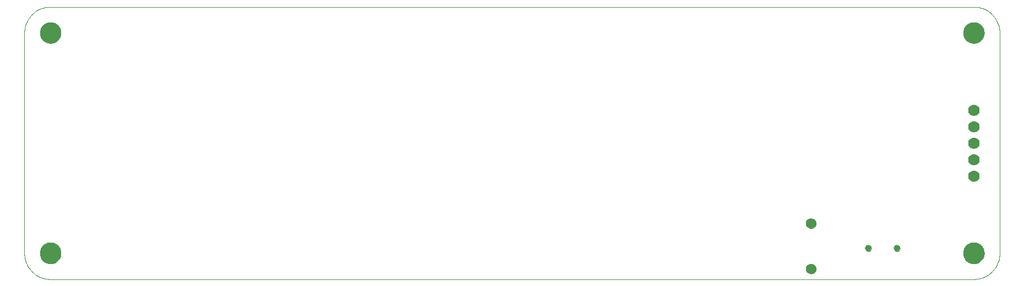
<source format=gbs>
G75*
G70*
%OFA0B0*%
%FSLAX24Y24*%
%IPPOS*%
%LPD*%
%AMOC8*
5,1,8,0,0,1.08239X$1,22.5*
%
%ADD10C,0.0000*%
%ADD11C,0.1300*%
%ADD12C,0.0394*%
%ADD13C,0.0700*%
%ADD14C,0.0631*%
D10*
X001725Y000937D02*
X057630Y000937D01*
X057000Y002512D02*
X057002Y002562D01*
X057008Y002612D01*
X057018Y002661D01*
X057032Y002709D01*
X057049Y002756D01*
X057070Y002801D01*
X057095Y002845D01*
X057123Y002886D01*
X057155Y002925D01*
X057189Y002962D01*
X057226Y002996D01*
X057266Y003026D01*
X057308Y003053D01*
X057352Y003077D01*
X057398Y003098D01*
X057445Y003114D01*
X057493Y003127D01*
X057543Y003136D01*
X057592Y003141D01*
X057643Y003142D01*
X057693Y003139D01*
X057742Y003132D01*
X057791Y003121D01*
X057839Y003106D01*
X057885Y003088D01*
X057930Y003066D01*
X057973Y003040D01*
X058014Y003011D01*
X058053Y002979D01*
X058089Y002944D01*
X058121Y002906D01*
X058151Y002866D01*
X058178Y002823D01*
X058201Y002779D01*
X058220Y002733D01*
X058236Y002685D01*
X058248Y002636D01*
X058256Y002587D01*
X058260Y002537D01*
X058260Y002487D01*
X058256Y002437D01*
X058248Y002388D01*
X058236Y002339D01*
X058220Y002291D01*
X058201Y002245D01*
X058178Y002201D01*
X058151Y002158D01*
X058121Y002118D01*
X058089Y002080D01*
X058053Y002045D01*
X058014Y002013D01*
X057973Y001984D01*
X057930Y001958D01*
X057885Y001936D01*
X057839Y001918D01*
X057791Y001903D01*
X057742Y001892D01*
X057693Y001885D01*
X057643Y001882D01*
X057592Y001883D01*
X057543Y001888D01*
X057493Y001897D01*
X057445Y001910D01*
X057398Y001926D01*
X057352Y001947D01*
X057308Y001971D01*
X057266Y001998D01*
X057226Y002028D01*
X057189Y002062D01*
X057155Y002099D01*
X057123Y002138D01*
X057095Y002179D01*
X057070Y002223D01*
X057049Y002268D01*
X057032Y002315D01*
X057018Y002363D01*
X057008Y002412D01*
X057002Y002462D01*
X057000Y002512D01*
X057630Y000937D02*
X057707Y000939D01*
X057784Y000945D01*
X057861Y000954D01*
X057937Y000967D01*
X058013Y000984D01*
X058087Y001005D01*
X058161Y001029D01*
X058233Y001057D01*
X058303Y001088D01*
X058372Y001123D01*
X058440Y001161D01*
X058505Y001202D01*
X058568Y001247D01*
X058629Y001295D01*
X058688Y001345D01*
X058744Y001398D01*
X058797Y001454D01*
X058847Y001513D01*
X058895Y001574D01*
X058940Y001637D01*
X058981Y001702D01*
X059019Y001770D01*
X059054Y001839D01*
X059085Y001909D01*
X059113Y001981D01*
X059137Y002055D01*
X059158Y002129D01*
X059175Y002205D01*
X059188Y002281D01*
X059197Y002358D01*
X059203Y002435D01*
X059205Y002512D01*
X059205Y015898D01*
X057000Y015898D02*
X057002Y015948D01*
X057008Y015998D01*
X057018Y016047D01*
X057032Y016095D01*
X057049Y016142D01*
X057070Y016187D01*
X057095Y016231D01*
X057123Y016272D01*
X057155Y016311D01*
X057189Y016348D01*
X057226Y016382D01*
X057266Y016412D01*
X057308Y016439D01*
X057352Y016463D01*
X057398Y016484D01*
X057445Y016500D01*
X057493Y016513D01*
X057543Y016522D01*
X057592Y016527D01*
X057643Y016528D01*
X057693Y016525D01*
X057742Y016518D01*
X057791Y016507D01*
X057839Y016492D01*
X057885Y016474D01*
X057930Y016452D01*
X057973Y016426D01*
X058014Y016397D01*
X058053Y016365D01*
X058089Y016330D01*
X058121Y016292D01*
X058151Y016252D01*
X058178Y016209D01*
X058201Y016165D01*
X058220Y016119D01*
X058236Y016071D01*
X058248Y016022D01*
X058256Y015973D01*
X058260Y015923D01*
X058260Y015873D01*
X058256Y015823D01*
X058248Y015774D01*
X058236Y015725D01*
X058220Y015677D01*
X058201Y015631D01*
X058178Y015587D01*
X058151Y015544D01*
X058121Y015504D01*
X058089Y015466D01*
X058053Y015431D01*
X058014Y015399D01*
X057973Y015370D01*
X057930Y015344D01*
X057885Y015322D01*
X057839Y015304D01*
X057791Y015289D01*
X057742Y015278D01*
X057693Y015271D01*
X057643Y015268D01*
X057592Y015269D01*
X057543Y015274D01*
X057493Y015283D01*
X057445Y015296D01*
X057398Y015312D01*
X057352Y015333D01*
X057308Y015357D01*
X057266Y015384D01*
X057226Y015414D01*
X057189Y015448D01*
X057155Y015485D01*
X057123Y015524D01*
X057095Y015565D01*
X057070Y015609D01*
X057049Y015654D01*
X057032Y015701D01*
X057018Y015749D01*
X057008Y015798D01*
X057002Y015848D01*
X057000Y015898D01*
X057630Y017473D02*
X057707Y017471D01*
X057784Y017465D01*
X057861Y017456D01*
X057937Y017443D01*
X058013Y017426D01*
X058087Y017405D01*
X058161Y017381D01*
X058233Y017353D01*
X058303Y017322D01*
X058372Y017287D01*
X058440Y017249D01*
X058505Y017208D01*
X058568Y017163D01*
X058629Y017115D01*
X058688Y017065D01*
X058744Y017012D01*
X058797Y016956D01*
X058847Y016897D01*
X058895Y016836D01*
X058940Y016773D01*
X058981Y016708D01*
X059019Y016640D01*
X059054Y016571D01*
X059085Y016501D01*
X059113Y016429D01*
X059137Y016355D01*
X059158Y016281D01*
X059175Y016205D01*
X059188Y016129D01*
X059197Y016052D01*
X059203Y015975D01*
X059205Y015898D01*
X057630Y017473D02*
X001725Y017473D01*
X001095Y015898D02*
X001097Y015948D01*
X001103Y015998D01*
X001113Y016047D01*
X001127Y016095D01*
X001144Y016142D01*
X001165Y016187D01*
X001190Y016231D01*
X001218Y016272D01*
X001250Y016311D01*
X001284Y016348D01*
X001321Y016382D01*
X001361Y016412D01*
X001403Y016439D01*
X001447Y016463D01*
X001493Y016484D01*
X001540Y016500D01*
X001588Y016513D01*
X001638Y016522D01*
X001687Y016527D01*
X001738Y016528D01*
X001788Y016525D01*
X001837Y016518D01*
X001886Y016507D01*
X001934Y016492D01*
X001980Y016474D01*
X002025Y016452D01*
X002068Y016426D01*
X002109Y016397D01*
X002148Y016365D01*
X002184Y016330D01*
X002216Y016292D01*
X002246Y016252D01*
X002273Y016209D01*
X002296Y016165D01*
X002315Y016119D01*
X002331Y016071D01*
X002343Y016022D01*
X002351Y015973D01*
X002355Y015923D01*
X002355Y015873D01*
X002351Y015823D01*
X002343Y015774D01*
X002331Y015725D01*
X002315Y015677D01*
X002296Y015631D01*
X002273Y015587D01*
X002246Y015544D01*
X002216Y015504D01*
X002184Y015466D01*
X002148Y015431D01*
X002109Y015399D01*
X002068Y015370D01*
X002025Y015344D01*
X001980Y015322D01*
X001934Y015304D01*
X001886Y015289D01*
X001837Y015278D01*
X001788Y015271D01*
X001738Y015268D01*
X001687Y015269D01*
X001638Y015274D01*
X001588Y015283D01*
X001540Y015296D01*
X001493Y015312D01*
X001447Y015333D01*
X001403Y015357D01*
X001361Y015384D01*
X001321Y015414D01*
X001284Y015448D01*
X001250Y015485D01*
X001218Y015524D01*
X001190Y015565D01*
X001165Y015609D01*
X001144Y015654D01*
X001127Y015701D01*
X001113Y015749D01*
X001103Y015798D01*
X001097Y015848D01*
X001095Y015898D01*
X000150Y015898D02*
X000152Y015975D01*
X000158Y016052D01*
X000167Y016129D01*
X000180Y016205D01*
X000197Y016281D01*
X000218Y016355D01*
X000242Y016429D01*
X000270Y016501D01*
X000301Y016571D01*
X000336Y016640D01*
X000374Y016708D01*
X000415Y016773D01*
X000460Y016836D01*
X000508Y016897D01*
X000558Y016956D01*
X000611Y017012D01*
X000667Y017065D01*
X000726Y017115D01*
X000787Y017163D01*
X000850Y017208D01*
X000915Y017249D01*
X000983Y017287D01*
X001052Y017322D01*
X001122Y017353D01*
X001194Y017381D01*
X001268Y017405D01*
X001342Y017426D01*
X001418Y017443D01*
X001494Y017456D01*
X001571Y017465D01*
X001648Y017471D01*
X001725Y017473D01*
X000150Y015898D02*
X000150Y002512D01*
X001095Y002512D02*
X001097Y002562D01*
X001103Y002612D01*
X001113Y002661D01*
X001127Y002709D01*
X001144Y002756D01*
X001165Y002801D01*
X001190Y002845D01*
X001218Y002886D01*
X001250Y002925D01*
X001284Y002962D01*
X001321Y002996D01*
X001361Y003026D01*
X001403Y003053D01*
X001447Y003077D01*
X001493Y003098D01*
X001540Y003114D01*
X001588Y003127D01*
X001638Y003136D01*
X001687Y003141D01*
X001738Y003142D01*
X001788Y003139D01*
X001837Y003132D01*
X001886Y003121D01*
X001934Y003106D01*
X001980Y003088D01*
X002025Y003066D01*
X002068Y003040D01*
X002109Y003011D01*
X002148Y002979D01*
X002184Y002944D01*
X002216Y002906D01*
X002246Y002866D01*
X002273Y002823D01*
X002296Y002779D01*
X002315Y002733D01*
X002331Y002685D01*
X002343Y002636D01*
X002351Y002587D01*
X002355Y002537D01*
X002355Y002487D01*
X002351Y002437D01*
X002343Y002388D01*
X002331Y002339D01*
X002315Y002291D01*
X002296Y002245D01*
X002273Y002201D01*
X002246Y002158D01*
X002216Y002118D01*
X002184Y002080D01*
X002148Y002045D01*
X002109Y002013D01*
X002068Y001984D01*
X002025Y001958D01*
X001980Y001936D01*
X001934Y001918D01*
X001886Y001903D01*
X001837Y001892D01*
X001788Y001885D01*
X001738Y001882D01*
X001687Y001883D01*
X001638Y001888D01*
X001588Y001897D01*
X001540Y001910D01*
X001493Y001926D01*
X001447Y001947D01*
X001403Y001971D01*
X001361Y001998D01*
X001321Y002028D01*
X001284Y002062D01*
X001250Y002099D01*
X001218Y002138D01*
X001190Y002179D01*
X001165Y002223D01*
X001144Y002268D01*
X001127Y002315D01*
X001113Y002363D01*
X001103Y002412D01*
X001097Y002462D01*
X001095Y002512D01*
X000150Y002512D02*
X000152Y002435D01*
X000158Y002358D01*
X000167Y002281D01*
X000180Y002205D01*
X000197Y002129D01*
X000218Y002055D01*
X000242Y001981D01*
X000270Y001909D01*
X000301Y001839D01*
X000336Y001770D01*
X000374Y001702D01*
X000415Y001637D01*
X000460Y001574D01*
X000508Y001513D01*
X000558Y001454D01*
X000611Y001398D01*
X000667Y001345D01*
X000726Y001295D01*
X000787Y001247D01*
X000850Y001202D01*
X000915Y001161D01*
X000983Y001123D01*
X001052Y001088D01*
X001122Y001057D01*
X001194Y001029D01*
X001268Y001005D01*
X001342Y000984D01*
X001418Y000967D01*
X001494Y000954D01*
X001571Y000945D01*
X001648Y000939D01*
X001725Y000937D01*
X047493Y001567D02*
X047495Y001601D01*
X047501Y001635D01*
X047511Y001668D01*
X047524Y001699D01*
X047542Y001729D01*
X047562Y001757D01*
X047586Y001782D01*
X047612Y001804D01*
X047640Y001822D01*
X047671Y001838D01*
X047703Y001850D01*
X047737Y001858D01*
X047771Y001862D01*
X047805Y001862D01*
X047839Y001858D01*
X047873Y001850D01*
X047905Y001838D01*
X047935Y001822D01*
X047964Y001804D01*
X047990Y001782D01*
X048014Y001757D01*
X048034Y001729D01*
X048052Y001699D01*
X048065Y001668D01*
X048075Y001635D01*
X048081Y001601D01*
X048083Y001567D01*
X048081Y001533D01*
X048075Y001499D01*
X048065Y001466D01*
X048052Y001435D01*
X048034Y001405D01*
X048014Y001377D01*
X047990Y001352D01*
X047964Y001330D01*
X047936Y001312D01*
X047905Y001296D01*
X047873Y001284D01*
X047839Y001276D01*
X047805Y001272D01*
X047771Y001272D01*
X047737Y001276D01*
X047703Y001284D01*
X047671Y001296D01*
X047640Y001312D01*
X047612Y001330D01*
X047586Y001352D01*
X047562Y001377D01*
X047542Y001405D01*
X047524Y001435D01*
X047511Y001466D01*
X047501Y001499D01*
X047495Y001533D01*
X047493Y001567D01*
X051075Y002807D02*
X051077Y002833D01*
X051083Y002859D01*
X051093Y002884D01*
X051106Y002907D01*
X051122Y002927D01*
X051142Y002945D01*
X051164Y002960D01*
X051187Y002972D01*
X051213Y002980D01*
X051239Y002984D01*
X051265Y002984D01*
X051291Y002980D01*
X051317Y002972D01*
X051341Y002960D01*
X051362Y002945D01*
X051382Y002927D01*
X051398Y002907D01*
X051411Y002884D01*
X051421Y002859D01*
X051427Y002833D01*
X051429Y002807D01*
X051427Y002781D01*
X051421Y002755D01*
X051411Y002730D01*
X051398Y002707D01*
X051382Y002687D01*
X051362Y002669D01*
X051340Y002654D01*
X051317Y002642D01*
X051291Y002634D01*
X051265Y002630D01*
X051239Y002630D01*
X051213Y002634D01*
X051187Y002642D01*
X051163Y002654D01*
X051142Y002669D01*
X051122Y002687D01*
X051106Y002707D01*
X051093Y002730D01*
X051083Y002755D01*
X051077Y002781D01*
X051075Y002807D01*
X052808Y002807D02*
X052810Y002833D01*
X052816Y002859D01*
X052826Y002884D01*
X052839Y002907D01*
X052855Y002927D01*
X052875Y002945D01*
X052897Y002960D01*
X052920Y002972D01*
X052946Y002980D01*
X052972Y002984D01*
X052998Y002984D01*
X053024Y002980D01*
X053050Y002972D01*
X053074Y002960D01*
X053095Y002945D01*
X053115Y002927D01*
X053131Y002907D01*
X053144Y002884D01*
X053154Y002859D01*
X053160Y002833D01*
X053162Y002807D01*
X053160Y002781D01*
X053154Y002755D01*
X053144Y002730D01*
X053131Y002707D01*
X053115Y002687D01*
X053095Y002669D01*
X053073Y002654D01*
X053050Y002642D01*
X053024Y002634D01*
X052998Y002630D01*
X052972Y002630D01*
X052946Y002634D01*
X052920Y002642D01*
X052896Y002654D01*
X052875Y002669D01*
X052855Y002687D01*
X052839Y002707D01*
X052826Y002730D01*
X052816Y002755D01*
X052810Y002781D01*
X052808Y002807D01*
X047493Y004323D02*
X047495Y004357D01*
X047501Y004391D01*
X047511Y004424D01*
X047524Y004455D01*
X047542Y004485D01*
X047562Y004513D01*
X047586Y004538D01*
X047612Y004560D01*
X047640Y004578D01*
X047671Y004594D01*
X047703Y004606D01*
X047737Y004614D01*
X047771Y004618D01*
X047805Y004618D01*
X047839Y004614D01*
X047873Y004606D01*
X047905Y004594D01*
X047935Y004578D01*
X047964Y004560D01*
X047990Y004538D01*
X048014Y004513D01*
X048034Y004485D01*
X048052Y004455D01*
X048065Y004424D01*
X048075Y004391D01*
X048081Y004357D01*
X048083Y004323D01*
X048081Y004289D01*
X048075Y004255D01*
X048065Y004222D01*
X048052Y004191D01*
X048034Y004161D01*
X048014Y004133D01*
X047990Y004108D01*
X047964Y004086D01*
X047936Y004068D01*
X047905Y004052D01*
X047873Y004040D01*
X047839Y004032D01*
X047805Y004028D01*
X047771Y004028D01*
X047737Y004032D01*
X047703Y004040D01*
X047671Y004052D01*
X047640Y004068D01*
X047612Y004086D01*
X047586Y004108D01*
X047562Y004133D01*
X047542Y004161D01*
X047524Y004191D01*
X047511Y004222D01*
X047501Y004255D01*
X047495Y004289D01*
X047493Y004323D01*
D11*
X057630Y002512D03*
X057630Y015898D03*
X001725Y015898D03*
X001725Y002512D03*
D12*
X051252Y002807D03*
X052985Y002807D03*
D13*
X057630Y007205D03*
X057630Y008205D03*
X057630Y009205D03*
X057630Y010205D03*
X057630Y011205D03*
D14*
X047788Y004323D03*
X047788Y001567D03*
M02*

</source>
